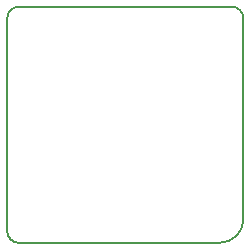
<source format=gbr>
%TF.GenerationSoftware,KiCad,Pcbnew,7.0.2*%
%TF.CreationDate,2023-09-13T14:25:54-04:00*%
%TF.ProjectId,PicoMod,5069636f-4d6f-4642-9e6b-696361645f70,rev?*%
%TF.SameCoordinates,Original*%
%TF.FileFunction,Profile,NP*%
%FSLAX46Y46*%
G04 Gerber Fmt 4.6, Leading zero omitted, Abs format (unit mm)*
G04 Created by KiCad (PCBNEW 7.0.2) date 2023-09-13 14:25:54*
%MOMM*%
%LPD*%
G01*
G04 APERTURE LIST*
%TA.AperFunction,Profile*%
%ADD10C,0.200000*%
%TD*%
G04 APERTURE END LIST*
D10*
X20999993Y-20000000D02*
G75*
G03*
X20000000Y-20999993I7J-1000000D01*
G01*
X38000000Y-40000000D02*
X21000001Y-40000000D01*
X20999993Y-19999993D02*
X39000127Y-19999873D01*
X40000027Y-20999873D02*
G75*
G03*
X39000127Y-19999873I-1000027J-27D01*
G01*
X40000000Y-20999873D02*
X40000000Y-38000000D01*
X38000000Y-40000000D02*
G75*
G03*
X40000000Y-38000000I0J2000000D01*
G01*
X20000001Y-39000000D02*
X20000000Y-20999993D01*
X20000000Y-39000000D02*
G75*
G03*
X21000001Y-40000000I1000000J0D01*
G01*
M02*

</source>
